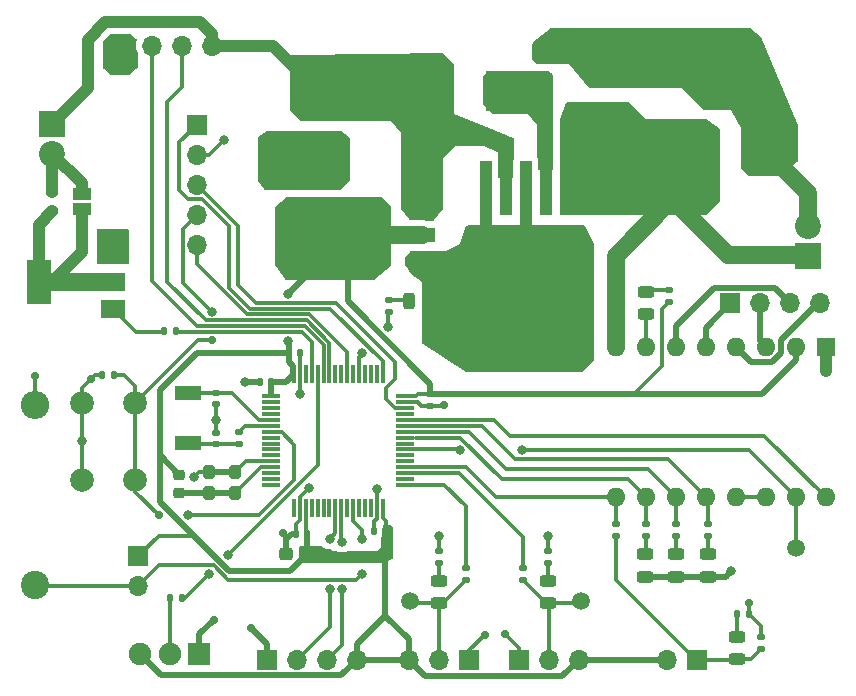
<source format=gbr>
%TF.GenerationSoftware,KiCad,Pcbnew,6.0.10-86aedd382b~118~ubuntu22.10.1*%
%TF.CreationDate,2023-02-13T13:29:29-05:00*%
%TF.ProjectId,WerfenMc_power_edit,57657266-656e-44d6-935f-706f7765725f,rev?*%
%TF.SameCoordinates,Original*%
%TF.FileFunction,Copper,L1,Top*%
%TF.FilePolarity,Positive*%
%FSLAX46Y46*%
G04 Gerber Fmt 4.6, Leading zero omitted, Abs format (unit mm)*
G04 Created by KiCad (PCBNEW 6.0.10-86aedd382b~118~ubuntu22.10.1) date 2023-02-13 13:29:29*
%MOMM*%
%LPD*%
G01*
G04 APERTURE LIST*
G04 Aperture macros list*
%AMRoundRect*
0 Rectangle with rounded corners*
0 $1 Rounding radius*
0 $2 $3 $4 $5 $6 $7 $8 $9 X,Y pos of 4 corners*
0 Add a 4 corners polygon primitive as box body*
4,1,4,$2,$3,$4,$5,$6,$7,$8,$9,$2,$3,0*
0 Add four circle primitives for the rounded corners*
1,1,$1+$1,$2,$3*
1,1,$1+$1,$4,$5*
1,1,$1+$1,$6,$7*
1,1,$1+$1,$8,$9*
0 Add four rect primitives between the rounded corners*
20,1,$1+$1,$2,$3,$4,$5,0*
20,1,$1+$1,$4,$5,$6,$7,0*
20,1,$1+$1,$6,$7,$8,$9,0*
20,1,$1+$1,$8,$9,$2,$3,0*%
G04 Aperture macros list end*
%TA.AperFunction,SMDPad,CuDef*%
%ADD10R,3.556000X3.505200*%
%TD*%
%TA.AperFunction,SMDPad,CuDef*%
%ADD11RoundRect,0.135000X-0.185000X0.135000X-0.185000X-0.135000X0.185000X-0.135000X0.185000X0.135000X0*%
%TD*%
%TA.AperFunction,SMDPad,CuDef*%
%ADD12RoundRect,0.250000X0.275000X-0.312500X0.275000X0.312500X-0.275000X0.312500X-0.275000X-0.312500X0*%
%TD*%
%TA.AperFunction,SMDPad,CuDef*%
%ADD13C,1.500000*%
%TD*%
%TA.AperFunction,SMDPad,CuDef*%
%ADD14RoundRect,0.135000X0.185000X-0.135000X0.185000X0.135000X-0.185000X0.135000X-0.185000X-0.135000X0*%
%TD*%
%TA.AperFunction,ComponentPad*%
%ADD15R,1.700000X1.700000*%
%TD*%
%TA.AperFunction,ComponentPad*%
%ADD16O,1.700000X1.700000*%
%TD*%
%TA.AperFunction,SMDPad,CuDef*%
%ADD17RoundRect,0.243750X0.456250X-0.243750X0.456250X0.243750X-0.456250X0.243750X-0.456250X-0.243750X0*%
%TD*%
%TA.AperFunction,ComponentPad*%
%ADD18R,2.200000X2.200000*%
%TD*%
%TA.AperFunction,ComponentPad*%
%ADD19C,2.200000*%
%TD*%
%TA.AperFunction,SMDPad,CuDef*%
%ADD20RoundRect,0.243750X-0.456250X0.243750X-0.456250X-0.243750X0.456250X-0.243750X0.456250X0.243750X0*%
%TD*%
%TA.AperFunction,SMDPad,CuDef*%
%ADD21RoundRect,0.140000X0.140000X0.170000X-0.140000X0.170000X-0.140000X-0.170000X0.140000X-0.170000X0*%
%TD*%
%TA.AperFunction,SMDPad,CuDef*%
%ADD22R,2.000000X1.500000*%
%TD*%
%TA.AperFunction,SMDPad,CuDef*%
%ADD23R,2.000000X3.800000*%
%TD*%
%TA.AperFunction,SMDPad,CuDef*%
%ADD24RoundRect,0.075000X-0.700000X-0.075000X0.700000X-0.075000X0.700000X0.075000X-0.700000X0.075000X0*%
%TD*%
%TA.AperFunction,SMDPad,CuDef*%
%ADD25RoundRect,0.075000X-0.075000X-0.700000X0.075000X-0.700000X0.075000X0.700000X-0.075000X0.700000X0*%
%TD*%
%TA.AperFunction,SMDPad,CuDef*%
%ADD26RoundRect,0.140000X-0.170000X0.140000X-0.170000X-0.140000X0.170000X-0.140000X0.170000X0.140000X0*%
%TD*%
%TA.AperFunction,SMDPad,CuDef*%
%ADD27RoundRect,0.250000X0.312500X0.275000X-0.312500X0.275000X-0.312500X-0.275000X0.312500X-0.275000X0*%
%TD*%
%TA.AperFunction,SMDPad,CuDef*%
%ADD28RoundRect,0.135000X-0.135000X-0.185000X0.135000X-0.185000X0.135000X0.185000X-0.135000X0.185000X0*%
%TD*%
%TA.AperFunction,ComponentPad*%
%ADD29C,2.400000*%
%TD*%
%TA.AperFunction,ComponentPad*%
%ADD30O,2.400000X2.400000*%
%TD*%
%TA.AperFunction,SMDPad,CuDef*%
%ADD31RoundRect,0.218750X-0.256250X0.218750X-0.256250X-0.218750X0.256250X-0.218750X0.256250X0.218750X0*%
%TD*%
%TA.AperFunction,SMDPad,CuDef*%
%ADD32RoundRect,0.243750X0.243750X0.456250X-0.243750X0.456250X-0.243750X-0.456250X0.243750X-0.456250X0*%
%TD*%
%TA.AperFunction,SMDPad,CuDef*%
%ADD33RoundRect,0.135000X0.135000X0.185000X-0.135000X0.185000X-0.135000X-0.185000X0.135000X-0.185000X0*%
%TD*%
%TA.AperFunction,SMDPad,CuDef*%
%ADD34R,1.100000X4.600000*%
%TD*%
%TA.AperFunction,SMDPad,CuDef*%
%ADD35R,10.800000X9.400000*%
%TD*%
%TA.AperFunction,SMDPad,CuDef*%
%ADD36R,2.200000X1.200000*%
%TD*%
%TA.AperFunction,SMDPad,CuDef*%
%ADD37R,6.400000X5.800000*%
%TD*%
%TA.AperFunction,SMDPad,CuDef*%
%ADD38RoundRect,0.250000X0.550000X-1.712500X0.550000X1.712500X-0.550000X1.712500X-0.550000X-1.712500X0*%
%TD*%
%TA.AperFunction,ComponentPad*%
%ADD39R,1.600000X1.600000*%
%TD*%
%TA.AperFunction,ComponentPad*%
%ADD40O,1.600000X1.600000*%
%TD*%
%TA.AperFunction,SMDPad,CuDef*%
%ADD41RoundRect,0.250000X-0.550000X1.712500X-0.550000X-1.712500X0.550000X-1.712500X0.550000X1.712500X0*%
%TD*%
%TA.AperFunction,SMDPad,CuDef*%
%ADD42RoundRect,0.140000X0.170000X-0.140000X0.170000X0.140000X-0.170000X0.140000X-0.170000X-0.140000X0*%
%TD*%
%TA.AperFunction,ComponentPad*%
%ADD43R,3.500000X3.500000*%
%TD*%
%TA.AperFunction,ComponentPad*%
%ADD44RoundRect,0.750000X0.750000X1.000000X-0.750000X1.000000X-0.750000X-1.000000X0.750000X-1.000000X0*%
%TD*%
%TA.AperFunction,ComponentPad*%
%ADD45RoundRect,0.875000X0.875000X0.875000X-0.875000X0.875000X-0.875000X-0.875000X0.875000X-0.875000X0*%
%TD*%
%TA.AperFunction,SMDPad,CuDef*%
%ADD46R,2.200000X1.300000*%
%TD*%
%TA.AperFunction,ComponentPad*%
%ADD47R,1.900000X1.900000*%
%TD*%
%TA.AperFunction,ComponentPad*%
%ADD48C,1.900000*%
%TD*%
%TA.AperFunction,SMDPad,CuDef*%
%ADD49RoundRect,0.200000X-0.275000X0.200000X-0.275000X-0.200000X0.275000X-0.200000X0.275000X0.200000X0*%
%TD*%
%TA.AperFunction,ComponentPad*%
%ADD50C,2.000000*%
%TD*%
%TA.AperFunction,SMDPad,CuDef*%
%ADD51RoundRect,0.140000X-0.140000X-0.170000X0.140000X-0.170000X0.140000X0.170000X-0.140000X0.170000X0*%
%TD*%
%TA.AperFunction,SMDPad,CuDef*%
%ADD52R,1.500000X1.000000*%
%TD*%
%TA.AperFunction,ViaPad*%
%ADD53C,0.800000*%
%TD*%
%TA.AperFunction,ViaPad*%
%ADD54C,0.700000*%
%TD*%
%TA.AperFunction,Conductor*%
%ADD55C,1.000000*%
%TD*%
%TA.AperFunction,Conductor*%
%ADD56C,0.300000*%
%TD*%
%TA.AperFunction,Conductor*%
%ADD57C,0.500000*%
%TD*%
%TA.AperFunction,Conductor*%
%ADD58C,1.500000*%
%TD*%
G04 APERTURE END LIST*
D10*
%TO.P,L1,2,2*%
%TO.N,+5V*%
X66025000Y-32800000D03*
%TO.P,L1,1,1*%
%TO.N,/L_IN*%
X74975000Y-32800000D03*
%TD*%
D11*
%TO.P,R5,1*%
%TO.N,MS3*%
X92000000Y-69490000D03*
%TO.P,R5,2*%
%TO.N,Net-(D3-Pad2)*%
X92000000Y-70510000D03*
%TD*%
D12*
%TO.P,C2,1*%
%TO.N,+3.3VA*%
X49750000Y-66887500D03*
%TO.P,C2,2*%
%TO.N,GND*%
X49750000Y-65112500D03*
%TD*%
D13*
%TO.P,TP8,1,1*%
%TO.N,+5V*%
X67950000Y-39800000D03*
%TD*%
D14*
%TO.P,R8,1*%
%TO.N,Net-(D5-Pad2)*%
X84250000Y-70510000D03*
%TO.P,R8,2*%
%TO.N,ENABLE*%
X84250000Y-69490000D03*
%TD*%
%TO.P,R10,1*%
%TO.N,Net-(D5-Pad2)*%
X96500000Y-80113641D03*
%TO.P,R10,2*%
%TO.N,GND*%
X96500000Y-79093641D03*
%TD*%
D15*
%TO.P,S2,1*%
%TO.N,GND*%
X75975000Y-81000000D03*
D16*
%TO.P,S2,2*%
%TO.N,Net-(D6-Pad2)*%
X78515000Y-81000000D03*
%TO.P,S2,3*%
%TO.N,+3.3V*%
X81055000Y-81000000D03*
%TD*%
D15*
%TO.P,J1,1,Pin_1*%
%TO.N,2A*%
X93900000Y-50800000D03*
D16*
%TO.P,J1,2,Pin_2*%
%TO.N,1B*%
X96440000Y-50800000D03*
%TO.P,J1,3,Pin_3*%
%TO.N,2B*%
X98980000Y-50800000D03*
%TO.P,J1,4,Pin_4*%
%TO.N,1A*%
X101520000Y-50800000D03*
%TD*%
D17*
%TO.P,D2,1,K*%
%TO.N,GND*%
X89300000Y-73937500D03*
%TO.P,D2,2,A*%
%TO.N,Net-(D2-Pad2)*%
X89300000Y-72062500D03*
%TD*%
D18*
%TO.P,D9,1,A*%
%TO.N,+5V*%
X36500000Y-35600000D03*
D19*
%TO.P,D9,2,K*%
%TO.N,Net-(D9-Pad2)*%
X36500000Y-38140000D03*
%TD*%
D15*
%TO.P,Q1,1,C*%
%TO.N,+3.3V*%
X43776453Y-72206402D03*
D16*
%TO.P,Q1,2,E*%
%TO.N,LIGHT_S*%
X43776453Y-74746402D03*
%TD*%
D13*
%TO.P,TP1,1,1*%
%TO.N,STEP*%
X99500000Y-71500000D03*
%TD*%
D20*
%TO.P,D5,1,K*%
%TO.N,Net-(D5-Pad1)*%
X94500000Y-79062500D03*
%TO.P,D5,2,A*%
%TO.N,Net-(D5-Pad2)*%
X94500000Y-80937500D03*
%TD*%
D21*
%TO.P,C16,1*%
%TO.N,+3.3V*%
X55030000Y-57450000D03*
%TO.P,C16,2*%
%TO.N,GND*%
X54070000Y-57450000D03*
%TD*%
D22*
%TO.P,Q2,1,B*%
%TO.N,Net-(Q2-Pad1)*%
X41650000Y-51300000D03*
%TO.P,Q2,2,C*%
%TO.N,/LIGHT_DRIVE*%
X41650000Y-49000000D03*
%TO.P,Q2,3,E*%
%TO.N,GND*%
X41650000Y-46700000D03*
D23*
%TO.P,Q2,4,C*%
%TO.N,/LIGHT_DRIVE*%
X35350000Y-49000000D03*
%TD*%
D24*
%TO.P,U1,1,VBAT*%
%TO.N,+3.3V*%
X55045200Y-58683200D03*
%TO.P,U1,2,PC13*%
%TO.N,unconnected-(U1-Pad2)*%
X55045200Y-59183200D03*
%TO.P,U1,3,PC14*%
%TO.N,unconnected-(U1-Pad3)*%
X55045200Y-59683200D03*
%TO.P,U1,4,PC15*%
%TO.N,unconnected-(U1-Pad4)*%
X55045200Y-60183200D03*
%TO.P,U1,5,PH0*%
%TO.N,/HSE_OSC_IN*%
X55045200Y-60683200D03*
%TO.P,U1,6,PH1*%
%TO.N,Net-(R7-Pad1)*%
X55045200Y-61183200D03*
%TO.P,U1,7,NRST*%
%TO.N,NRST*%
X55045200Y-61683200D03*
%TO.P,U1,8,PC0*%
%TO.N,unconnected-(U1-Pad8)*%
X55045200Y-62183200D03*
%TO.P,U1,9,PC1*%
%TO.N,unconnected-(U1-Pad9)*%
X55045200Y-62683200D03*
%TO.P,U1,10,PC2*%
%TO.N,unconnected-(U1-Pad10)*%
X55045200Y-63183200D03*
%TO.P,U1,11,PC3*%
%TO.N,unconnected-(U1-Pad11)*%
X55045200Y-63683200D03*
%TO.P,U1,12,VSSA*%
%TO.N,GND*%
X55045200Y-64183200D03*
%TO.P,U1,13,VDDA*%
%TO.N,+3.3VA*%
X55045200Y-64683200D03*
%TO.P,U1,14,PA0*%
%TO.N,unconnected-(U1-Pad14)*%
X55045200Y-65183200D03*
%TO.P,U1,15,PA1*%
%TO.N,unconnected-(U1-Pad15)*%
X55045200Y-65683200D03*
%TO.P,U1,16,PA2*%
%TO.N,unconnected-(U1-Pad16)*%
X55045200Y-66183200D03*
D25*
%TO.P,U1,17,PA3*%
%TO.N,unconnected-(U1-Pad17)*%
X56970200Y-68108200D03*
%TO.P,U1,18,VSS*%
%TO.N,GND*%
X57470200Y-68108200D03*
%TO.P,U1,19,VDD*%
%TO.N,+3.3V*%
X57970200Y-68108200D03*
%TO.P,U1,20,PA4*%
%TO.N,unconnected-(U1-Pad20)*%
X58470200Y-68108200D03*
%TO.P,U1,21,PA5*%
%TO.N,unconnected-(U1-Pad21)*%
X58970200Y-68108200D03*
%TO.P,U1,22,PA6*%
%TO.N,unconnected-(U1-Pad22)*%
X59470200Y-68108200D03*
%TO.P,U1,23,PA7*%
%TO.N,unconnected-(U1-Pad23)*%
X59970200Y-68108200D03*
%TO.P,U1,24,PC4*%
%TO.N,TX3*%
X60470200Y-68108200D03*
%TO.P,U1,25,PC5*%
%TO.N,RX3*%
X60970200Y-68108200D03*
%TO.P,U1,26,PB0*%
%TO.N,unconnected-(U1-Pad26)*%
X61470200Y-68108200D03*
%TO.P,U1,27,PB1*%
%TO.N,LIGHT_S*%
X61970200Y-68108200D03*
%TO.P,U1,28,PB2*%
%TO.N,unconnected-(U1-Pad28)*%
X62470200Y-68108200D03*
%TO.P,U1,29,PB10*%
%TO.N,unconnected-(U1-Pad29)*%
X62970200Y-68108200D03*
%TO.P,U1,30,PB11*%
%TO.N,unconnected-(U1-Pad30)*%
X63470200Y-68108200D03*
%TO.P,U1,31,VSS*%
%TO.N,GND*%
X63970200Y-68108200D03*
%TO.P,U1,32,VDD*%
%TO.N,+3.3V*%
X64470200Y-68108200D03*
D24*
%TO.P,U1,33,PB12*%
%TO.N,SWITCH2*%
X66395200Y-66183200D03*
%TO.P,U1,34,PB13*%
%TO.N,unconnected-(U1-Pad34)*%
X66395200Y-65683200D03*
%TO.P,U1,35,PB14*%
%TO.N,SWITCH1*%
X66395200Y-65183200D03*
%TO.P,U1,36,PB15*%
%TO.N,ENABLE*%
X66395200Y-64683200D03*
%TO.P,U1,37,PC6*%
%TO.N,unconnected-(U1-Pad37)*%
X66395200Y-64183200D03*
%TO.P,U1,38,PC7*%
%TO.N,unconnected-(U1-Pad38)*%
X66395200Y-63683200D03*
%TO.P,U1,39,PC8*%
%TO.N,STEP*%
X66395200Y-63183200D03*
%TO.P,U1,40,PC9*%
%TO.N,unconnected-(U1-Pad40)*%
X66395200Y-62683200D03*
%TO.P,U1,41,PA8*%
%TO.N,MS1*%
X66395200Y-62183200D03*
%TO.P,U1,42,PA9*%
%TO.N,MS2*%
X66395200Y-61683200D03*
%TO.P,U1,43,PA10*%
%TO.N,MS3*%
X66395200Y-61183200D03*
%TO.P,U1,44,PA11*%
%TO.N,DIR*%
X66395200Y-60683200D03*
%TO.P,U1,45,PA12*%
%TO.N,unconnected-(U1-Pad45)*%
X66395200Y-60183200D03*
%TO.P,U1,46,PA13*%
%TO.N,JTMS*%
X66395200Y-59683200D03*
%TO.P,U1,47,VSS*%
%TO.N,GND*%
X66395200Y-59183200D03*
%TO.P,U1,48,VDDUSB*%
%TO.N,+3.3V*%
X66395200Y-58683200D03*
D25*
%TO.P,U1,49,PA14*%
%TO.N,JTCK*%
X64470200Y-56758200D03*
%TO.P,U1,50,PA15*%
%TO.N,unconnected-(U1-Pad50)*%
X63970200Y-56758200D03*
%TO.P,U1,51,PC10*%
%TO.N,unconnected-(U1-Pad51)*%
X63470200Y-56758200D03*
%TO.P,U1,52,PC11*%
%TO.N,unconnected-(U1-Pad52)*%
X62970200Y-56758200D03*
%TO.P,U1,53,PC12*%
%TO.N,USR_LED*%
X62470200Y-56758200D03*
%TO.P,U1,54,PD2*%
%TO.N,unconnected-(U1-Pad54)*%
X61970200Y-56758200D03*
%TO.P,U1,55,PB3*%
%TO.N,SWO*%
X61470200Y-56758200D03*
%TO.P,U1,56,PB4*%
%TO.N,unconnected-(U1-Pad56)*%
X60970200Y-56758200D03*
%TO.P,U1,57,PB5*%
%TO.N,unconnected-(U1-Pad57)*%
X60470200Y-56758200D03*
%TO.P,U1,58,PB6*%
%TO.N,TX1*%
X59970200Y-56758200D03*
%TO.P,U1,59,PB7*%
%TO.N,RX1*%
X59470200Y-56758200D03*
%TO.P,U1,60,BOOT0*%
%TO.N,/BOOT0*%
X58970200Y-56758200D03*
%TO.P,U1,61,PB8*%
%TO.N,LIGHT*%
X58470200Y-56758200D03*
%TO.P,U1,62,PB9*%
%TO.N,unconnected-(U1-Pad62)*%
X57970200Y-56758200D03*
%TO.P,U1,63,VSS*%
%TO.N,GND*%
X57470200Y-56758200D03*
%TO.P,U1,64,VDD*%
%TO.N,+3.3V*%
X56970200Y-56758200D03*
%TD*%
D17*
%TO.P,D8,1,K*%
%TO.N,/L_IN*%
X78100000Y-31750000D03*
%TO.P,D8,2,A*%
%TO.N,GND*%
X78100000Y-29875000D03*
%TD*%
D26*
%TO.P,C10,1*%
%TO.N,GND*%
X50350000Y-61750000D03*
%TO.P,C10,2*%
%TO.N,/HSE_OSC_OUT*%
X50350000Y-62710000D03*
%TD*%
D14*
%TO.P,R17,1*%
%TO.N,+3.3V*%
X88750000Y-50702718D03*
%TO.P,R17,2*%
%TO.N,Net-(D10-Pad2)*%
X88750000Y-49682718D03*
%TD*%
D12*
%TO.P,C1,1*%
%TO.N,+3.3VA*%
X52000000Y-66887500D03*
%TO.P,C1,2*%
%TO.N,GND*%
X52000000Y-65112500D03*
%TD*%
D11*
%TO.P,R3,1*%
%TO.N,MS1*%
X86750000Y-69490000D03*
%TO.P,R3,2*%
%TO.N,Net-(D1-Pad2)*%
X86750000Y-70510000D03*
%TD*%
D18*
%TO.P,J6,1,Pin_1*%
%TO.N,+12V*%
X100460000Y-46770000D03*
D19*
%TO.P,J6,2,Pin_2*%
%TO.N,GND*%
X100460000Y-44230000D03*
%TD*%
D17*
%TO.P,D1,1,K*%
%TO.N,GND*%
X86700000Y-73937500D03*
%TO.P,D1,2,A*%
%TO.N,Net-(D1-Pad2)*%
X86700000Y-72062500D03*
%TD*%
D27*
%TO.P,C3,1*%
%TO.N,+3.3V*%
X58087500Y-72050000D03*
%TO.P,C3,2*%
%TO.N,GND*%
X56312500Y-72050000D03*
%TD*%
D28*
%TO.P,R2,1*%
%TO.N,Net-(R2-Pad1)*%
X46490000Y-75750000D03*
%TO.P,R2,2*%
%TO.N,/BOOT0*%
X47510000Y-75750000D03*
%TD*%
D29*
%TO.P,R1,1*%
%TO.N,LIGHT_S*%
X35000000Y-74620000D03*
D30*
%TO.P,R1,2*%
%TO.N,GND*%
X35000000Y-59380000D03*
%TD*%
D15*
%TO.P,J5,1,Pin_1*%
%TO.N,GND*%
X42400000Y-29000000D03*
D16*
%TO.P,J5,2,Pin_2*%
%TO.N,RX1*%
X44940000Y-29000000D03*
%TO.P,J5,3,Pin_3*%
%TO.N,TX1*%
X47480000Y-29000000D03*
%TO.P,J5,4,Pin_4*%
%TO.N,+5V*%
X50020000Y-29000000D03*
%TD*%
D31*
%TO.P,FB1,1*%
%TO.N,+3.3V*%
X47250000Y-65325000D03*
%TO.P,FB1,2*%
%TO.N,+3.3VA*%
X47250000Y-66900000D03*
%TD*%
D15*
%TO.P,J4,1,Pin_1*%
%TO.N,GND*%
X54650000Y-81000000D03*
D16*
%TO.P,J4,2,Pin_2*%
%TO.N,TX3*%
X57190000Y-81000000D03*
%TO.P,J4,3,Pin_3*%
%TO.N,RX3*%
X59730000Y-81000000D03*
%TO.P,J4,4,Pin_4*%
%TO.N,+3.3V*%
X62270000Y-81000000D03*
%TD*%
D13*
%TO.P,TP5,1,1*%
%TO.N,Net-(D6-Pad2)*%
X81250000Y-76000000D03*
%TD*%
D32*
%TO.P,D4,1,K*%
%TO.N,GND*%
X68537500Y-50600000D03*
%TO.P,D4,2,A*%
%TO.N,Net-(D4-Pad2)*%
X66662500Y-50600000D03*
%TD*%
D20*
%TO.P,D7,1,K*%
%TO.N,Net-(D7-Pad1)*%
X69250000Y-74312500D03*
%TO.P,D7,2,A*%
%TO.N,Net-(D7-Pad2)*%
X69250000Y-76187500D03*
%TD*%
D33*
%TO.P,R15,1*%
%TO.N,LIGHT*%
X47010000Y-53120000D03*
%TO.P,R15,2*%
%TO.N,Net-(Q2-Pad1)*%
X45990000Y-53120000D03*
%TD*%
D13*
%TO.P,TP3,1,1*%
%TO.N,+12V*%
X85000000Y-40800000D03*
%TD*%
D34*
%TO.P,U2,1,VIN*%
%TO.N,+12V*%
X80000000Y-41025000D03*
%TO.P,U2,2,OUT*%
%TO.N,/L_IN*%
X78300000Y-41025000D03*
%TO.P,U2,3,GND*%
%TO.N,GND*%
X76600000Y-41025000D03*
D35*
X76600000Y-50175000D03*
D34*
%TO.P,U2,4,FB*%
%TO.N,+5V*%
X74900000Y-41025000D03*
%TO.P,U2,5,~{ON}/OFF*%
%TO.N,GND*%
X73200000Y-41025000D03*
%TD*%
D13*
%TO.P,TP6,1,1*%
%TO.N,Net-(D7-Pad2)*%
X66750000Y-76000000D03*
%TD*%
%TO.P,TP2,1,1*%
%TO.N,+3.3V*%
X56500000Y-45000000D03*
%TD*%
D36*
%TO.P,U3,1,GND*%
%TO.N,GND*%
X67800000Y-47280000D03*
D37*
%TO.P,U3,2,VO*%
%TO.N,+3.3V*%
X61500000Y-45000000D03*
D36*
X67800000Y-45000000D03*
%TO.P,U3,3,VI*%
%TO.N,+5V*%
X67800000Y-42720000D03*
%TD*%
D38*
%TO.P,C14,1*%
%TO.N,+12V*%
X83800000Y-36200000D03*
%TO.P,C14,2*%
%TO.N,GND*%
X83800000Y-30025000D03*
%TD*%
D26*
%TO.P,C7,1*%
%TO.N,+3.3V*%
X68514000Y-58498800D03*
%TO.P,C7,2*%
%TO.N,GND*%
X68514000Y-59458800D03*
%TD*%
D39*
%TO.P,A1,1,GND*%
%TO.N,GND*%
X102000000Y-54500000D03*
D40*
%TO.P,A1,2,VDD*%
%TO.N,+3.3V*%
X99460000Y-54500000D03*
%TO.P,A1,3,1B*%
%TO.N,1B*%
X96920000Y-54500000D03*
%TO.P,A1,4,1A*%
%TO.N,1A*%
X94380000Y-54500000D03*
%TO.P,A1,5,2A*%
%TO.N,2A*%
X91840000Y-54500000D03*
%TO.P,A1,6,2B*%
%TO.N,2B*%
X89300000Y-54500000D03*
%TO.P,A1,7,GND*%
%TO.N,GND*%
X86760000Y-54500000D03*
%TO.P,A1,8,VMOT*%
%TO.N,+12V*%
X84220000Y-54500000D03*
%TO.P,A1,9,~{ENABLE}*%
%TO.N,ENABLE*%
X84220000Y-67200000D03*
%TO.P,A1,10,MS1*%
%TO.N,MS1*%
X86760000Y-67200000D03*
%TO.P,A1,11,MS2*%
%TO.N,MS2*%
X89300000Y-67200000D03*
%TO.P,A1,12,MS3*%
%TO.N,MS3*%
X91840000Y-67200000D03*
%TO.P,A1,13,~{RESET}*%
%TO.N,Net-(A1-Pad13)*%
X94380000Y-67200000D03*
%TO.P,A1,14,~{SLEEP}*%
X96920000Y-67200000D03*
%TO.P,A1,15,STEP*%
%TO.N,STEP*%
X99460000Y-67200000D03*
%TO.P,A1,16,DIR*%
%TO.N,DIR*%
X102000000Y-67200000D03*
%TD*%
D21*
%TO.P,C8,1*%
%TO.N,NRST*%
X41710000Y-56860000D03*
%TO.P,C8,2*%
%TO.N,GND*%
X40750000Y-56860000D03*
%TD*%
D41*
%TO.P,C15,1*%
%TO.N,+5V*%
X58900000Y-32712500D03*
%TO.P,C15,2*%
%TO.N,GND*%
X58900000Y-38887500D03*
%TD*%
D42*
%TO.P,C9,1*%
%TO.N,GND*%
X50350000Y-59360000D03*
%TO.P,C9,2*%
%TO.N,/HSE_OSC_IN*%
X50350000Y-58400000D03*
%TD*%
D17*
%TO.P,D3,1,K*%
%TO.N,GND*%
X92000000Y-73937500D03*
%TO.P,D3,2,A*%
%TO.N,Net-(D3-Pad2)*%
X92000000Y-72062500D03*
%TD*%
D21*
%TO.P,C4,1*%
%TO.N,+3.3V*%
X58080000Y-70300000D03*
%TO.P,C4,2*%
%TO.N,GND*%
X57120000Y-70300000D03*
%TD*%
D15*
%TO.P,S3,1*%
%TO.N,GND*%
X71750000Y-81000000D03*
D16*
%TO.P,S3,2*%
%TO.N,Net-(D7-Pad2)*%
X69210000Y-81000000D03*
%TO.P,S3,3*%
%TO.N,+3.3V*%
X66670000Y-81000000D03*
%TD*%
D43*
%TO.P,J3,1*%
%TO.N,+12V*%
X90400000Y-37400000D03*
D44*
%TO.P,J3,2*%
%TO.N,GND*%
X96400000Y-37400000D03*
D45*
%TO.P,J3,3*%
X93400000Y-32700000D03*
%TD*%
D11*
%TO.P,R4,1*%
%TO.N,MS2*%
X89300000Y-69490000D03*
%TO.P,R4,2*%
%TO.N,Net-(D2-Pad2)*%
X89300000Y-70510000D03*
%TD*%
D21*
%TO.P,C6,1*%
%TO.N,+3.3V*%
X64680000Y-70100000D03*
%TO.P,C6,2*%
%TO.N,GND*%
X63720000Y-70100000D03*
%TD*%
D17*
%TO.P,D10,1,K*%
%TO.N,GND*%
X86750000Y-51687500D03*
%TO.P,D10,2,A*%
%TO.N,Net-(D10-Pad2)*%
X86750000Y-49812500D03*
%TD*%
D14*
%TO.P,R12,1*%
%TO.N,Net-(D6-Pad1)*%
X78500000Y-72760000D03*
%TO.P,R12,2*%
%TO.N,GND*%
X78500000Y-71740000D03*
%TD*%
D15*
%TO.P,J2,1,Pin_1*%
%TO.N,JTCK*%
X48750000Y-35675000D03*
D16*
%TO.P,J2,2,Pin_2*%
%TO.N,GND*%
X48750000Y-38215000D03*
%TO.P,J2,3,Pin_3*%
%TO.N,JTMS*%
X48750000Y-40755000D03*
%TO.P,J2,4,Pin_4*%
%TO.N,NRST*%
X48750000Y-43295000D03*
%TO.P,J2,5,Pin_5*%
%TO.N,SWO*%
X48750000Y-45835000D03*
%TD*%
D14*
%TO.P,R13,1*%
%TO.N,Net-(D7-Pad2)*%
X71500000Y-74260000D03*
%TO.P,R13,2*%
%TO.N,SWITCH2*%
X71500000Y-73240000D03*
%TD*%
D46*
%TO.P,HSE1,1,1*%
%TO.N,/HSE_OSC_OUT*%
X48000000Y-62600000D03*
%TO.P,HSE1,2,2*%
%TO.N,/HSE_OSC_IN*%
X48000000Y-58400000D03*
%TD*%
D20*
%TO.P,D6,1,K*%
%TO.N,Net-(D6-Pad1)*%
X78500000Y-74312500D03*
%TO.P,D6,2,A*%
%TO.N,Net-(D6-Pad2)*%
X78500000Y-76187500D03*
%TD*%
D28*
%TO.P,R11,1*%
%TO.N,Net-(D5-Pad1)*%
X94465000Y-77120000D03*
%TO.P,R11,2*%
%TO.N,GND*%
X95485000Y-77120000D03*
%TD*%
D11*
%TO.P,R7,1*%
%TO.N,Net-(R7-Pad1)*%
X52300000Y-61740000D03*
%TO.P,R7,2*%
%TO.N,/HSE_OSC_OUT*%
X52300000Y-62760000D03*
%TD*%
D47*
%TO.P,S1,1*%
%TO.N,GND*%
X48950000Y-80530000D03*
D48*
%TO.P,S1,2*%
%TO.N,Net-(R2-Pad1)*%
X46450000Y-80530000D03*
%TO.P,S1,3*%
%TO.N,+3.3V*%
X43950000Y-80530000D03*
%TD*%
D49*
%TO.P,R16,1*%
%TO.N,Net-(D9-Pad2)*%
X36500000Y-41350000D03*
%TO.P,R16,2*%
%TO.N,/LIGHT_DRIVE*%
X36500000Y-43000000D03*
%TD*%
D50*
%TO.P,SW1,1,1*%
%TO.N,GND*%
X39000000Y-65760000D03*
X39000000Y-59260000D03*
%TO.P,SW1,2,2*%
%TO.N,NRST*%
X43500000Y-65760000D03*
X43500000Y-59260000D03*
%TD*%
D51*
%TO.P,C5,1*%
%TO.N,+3.3V*%
X56520000Y-55000000D03*
%TO.P,C5,2*%
%TO.N,GND*%
X57480000Y-55000000D03*
%TD*%
D14*
%TO.P,R14,1*%
%TO.N,Net-(D7-Pad1)*%
X69250000Y-72770000D03*
%TO.P,R14,2*%
%TO.N,GND*%
X69250000Y-71750000D03*
%TD*%
%TO.P,R9,1*%
%TO.N,Net-(D6-Pad2)*%
X76370000Y-74260000D03*
%TO.P,R9,2*%
%TO.N,SWITCH1*%
X76370000Y-73240000D03*
%TD*%
D15*
%TO.P,SW2,1,1*%
%TO.N,Net-(D5-Pad2)*%
X91100000Y-81000000D03*
D16*
%TO.P,SW2,2,2*%
%TO.N,+3.3V*%
X88560000Y-81000000D03*
%TD*%
D14*
%TO.P,R6,1*%
%TO.N,USR_LED*%
X65000000Y-51510000D03*
%TO.P,R6,2*%
%TO.N,Net-(D4-Pad2)*%
X65000000Y-50490000D03*
%TD*%
D52*
%TO.P,JP1,1,A*%
%TO.N,/LIGHT_DRIVE*%
X39000000Y-42825000D03*
%TO.P,JP1,2,B*%
%TO.N,Net-(D9-Pad2)*%
X39000000Y-41525000D03*
%TD*%
D53*
%TO.N,GND*%
X80750000Y-29750000D03*
X79000000Y-28500000D03*
D54*
X41000000Y-45000000D03*
X53300000Y-78300000D03*
X74800000Y-78800000D03*
D53*
X60700000Y-37600000D03*
X69800000Y-48200000D03*
X74600000Y-45000000D03*
D54*
X95450000Y-76150000D03*
D53*
X96200000Y-34800000D03*
X94000000Y-73500000D03*
X70000000Y-54000000D03*
D54*
X41500000Y-31000000D03*
D53*
X73000000Y-55800000D03*
X78500000Y-70500000D03*
D54*
X50170000Y-77580000D03*
D53*
X50350000Y-60650000D03*
X79600000Y-55800000D03*
X64000000Y-66500000D03*
X102000000Y-56500000D03*
X52850000Y-57450000D03*
X89600000Y-31500000D03*
D54*
X56000000Y-70250000D03*
X73100000Y-78850000D03*
D53*
X69250000Y-70500000D03*
X58206677Y-66456677D03*
X78000000Y-45000000D03*
X55500000Y-39200000D03*
X92600000Y-30000000D03*
X74000000Y-55800000D03*
D54*
X42250000Y-45000000D03*
D53*
X48500000Y-65500000D03*
X79800000Y-45000000D03*
X57500000Y-58500000D03*
D54*
X69650000Y-59450000D03*
D53*
X69800000Y-47200000D03*
X69600000Y-52400000D03*
D54*
X42900000Y-31000000D03*
D53*
X60700000Y-39200000D03*
X80600000Y-55800000D03*
D54*
X35000000Y-57000000D03*
D53*
X39000000Y-62480000D03*
X98600000Y-37000000D03*
X56900000Y-38200000D03*
X51000000Y-37000000D03*
X85600000Y-29600000D03*
D54*
X39740000Y-57240000D03*
D53*
X94200000Y-30000000D03*
X89600000Y-28600000D03*
X55500000Y-37200000D03*
X85600000Y-31200000D03*
%TO.N,+3.3V*%
X56500000Y-50000000D03*
X56500000Y-54000000D03*
%TO.N,STEP*%
X76250000Y-63200500D03*
X71028223Y-63238177D03*
D54*
%TO.N,NRST*%
X50000000Y-53949500D03*
D53*
X48000000Y-68750000D03*
D54*
X45500000Y-68750000D03*
D53*
X50000000Y-51500500D03*
%TO.N,TX3*%
X60000000Y-70750000D03*
X60000000Y-75000000D03*
%TO.N,RX3*%
X61000000Y-71000000D03*
X61000000Y-75000000D03*
%TO.N,USR_LED*%
X64950000Y-52850000D03*
X62745023Y-55054977D03*
%TO.N,/BOOT0*%
X51350688Y-72149312D03*
X49750000Y-73750000D03*
%TO.N,LIGHT_S*%
X62750000Y-73750000D03*
X62750000Y-70750000D03*
%TD*%
D55*
%TO.N,+5V*%
X50020000Y-29000000D02*
X55187500Y-29000000D01*
X55187500Y-29000000D02*
X58900000Y-32712500D01*
D56*
%TO.N,GND*%
X57470200Y-55009800D02*
X57480000Y-55000000D01*
D57*
X92000000Y-73937500D02*
X93562500Y-73937500D01*
X54650000Y-79650000D02*
X53300000Y-78300000D01*
X56800000Y-70300000D02*
X56312500Y-70787500D01*
D56*
X39000000Y-59260000D02*
X39000000Y-62480000D01*
X95485000Y-77120000D02*
X95485000Y-76185000D01*
D57*
X56312500Y-70787500D02*
X56312500Y-70562500D01*
D56*
X68514000Y-59458800D02*
X69641200Y-59458800D01*
X75975000Y-81000000D02*
X75975000Y-79975000D01*
D57*
X56312500Y-70787500D02*
X56312500Y-72050000D01*
D55*
X76600000Y-41025000D02*
X76600000Y-50175000D01*
D56*
X86750000Y-54490000D02*
X86760000Y-54500000D01*
X63970200Y-68108200D02*
X63970200Y-66529800D01*
X95485000Y-76185000D02*
X95450000Y-76150000D01*
D57*
X93562500Y-73937500D02*
X94000000Y-73500000D01*
X57120000Y-70300000D02*
X56800000Y-70300000D01*
D56*
X75975000Y-79975000D02*
X74800000Y-78800000D01*
X55045200Y-64183200D02*
X52929300Y-64183200D01*
X49785000Y-38215000D02*
X51000000Y-37000000D01*
X35000000Y-59380000D02*
X35000000Y-57000000D01*
X63970200Y-69029800D02*
X63720000Y-69280000D01*
X40120000Y-56860000D02*
X39740000Y-57240000D01*
X50350000Y-61750000D02*
X50350000Y-59360000D01*
D57*
X54070000Y-57450000D02*
X52850000Y-57450000D01*
D56*
X40750000Y-56860000D02*
X40120000Y-56860000D01*
X57100000Y-70280000D02*
X57120000Y-70300000D01*
D57*
X48950000Y-80530000D02*
X48950000Y-78800000D01*
X48950000Y-78800000D02*
X50170000Y-77580000D01*
D56*
X63720000Y-69280000D02*
X63720000Y-70100000D01*
X57470200Y-56758200D02*
X57470200Y-55009800D01*
X57470200Y-58470200D02*
X57500000Y-58500000D01*
D57*
X52000000Y-65112500D02*
X49750000Y-65112500D01*
D56*
X39740000Y-57240000D02*
X39000000Y-57980000D01*
X68537500Y-50600000D02*
X68962500Y-50175000D01*
X49750000Y-65112500D02*
X48887500Y-65112500D01*
X57470200Y-68108200D02*
X57470200Y-67193154D01*
X48887500Y-65112500D02*
X48500000Y-65500000D01*
X52929300Y-64183200D02*
X52000000Y-65112500D01*
D57*
X89300000Y-73937500D02*
X92000000Y-73937500D01*
D56*
X67433200Y-59183200D02*
X67750000Y-59500000D01*
X68472800Y-59500000D02*
X68514000Y-59458800D01*
X67750000Y-59500000D02*
X68472800Y-59500000D01*
X69250000Y-71750000D02*
X69250000Y-70500000D01*
X68962500Y-50175000D02*
X76600000Y-50175000D01*
D57*
X54650000Y-81000000D02*
X54650000Y-79650000D01*
D56*
X57100000Y-69500000D02*
X57100000Y-70280000D01*
D58*
X100460000Y-44230000D02*
X100460000Y-41460000D01*
D56*
X69641200Y-59458800D02*
X69650000Y-59450000D01*
X66395200Y-59183200D02*
X67433200Y-59183200D01*
X71750000Y-80200000D02*
X73100000Y-78850000D01*
X78500000Y-71740000D02*
X78500000Y-70500000D01*
D57*
X56312500Y-70562500D02*
X56000000Y-70250000D01*
D56*
X39000000Y-62480000D02*
X39000000Y-65760000D01*
X39000000Y-57980000D02*
X39000000Y-59260000D01*
X63970200Y-66529800D02*
X64000000Y-66500000D01*
X48750000Y-38215000D02*
X49785000Y-38215000D01*
X96500000Y-78135000D02*
X95485000Y-77120000D01*
X86750000Y-51687500D02*
X86750000Y-54490000D01*
D55*
X73200000Y-41025000D02*
X73200000Y-46775000D01*
D56*
X71750000Y-81000000D02*
X71750000Y-80200000D01*
X57470200Y-67193154D02*
X58206677Y-66456677D01*
D55*
X102000000Y-54500000D02*
X102000000Y-56500000D01*
D56*
X57470200Y-69129800D02*
X57100000Y-69500000D01*
X57470200Y-68108200D02*
X57470200Y-69129800D01*
D57*
X86700000Y-73937500D02*
X89300000Y-73937500D01*
D56*
X57470200Y-56758200D02*
X57470200Y-58470200D01*
X63970200Y-68108200D02*
X63970200Y-69029800D01*
D58*
X100460000Y-41460000D02*
X96400000Y-37400000D01*
D56*
X96500000Y-79093641D02*
X96500000Y-78135000D01*
D55*
X73200000Y-46775000D02*
X76600000Y-50175000D01*
D56*
%TO.N,+3.3V*%
X66395200Y-58683200D02*
X67316800Y-58683200D01*
D57*
X85751200Y-58498800D02*
X68514000Y-58498800D01*
X68514000Y-57664000D02*
X61500000Y-50650000D01*
X58087500Y-72050000D02*
X56637500Y-73500000D01*
D56*
X88150000Y-56100000D02*
X85751200Y-58498800D01*
D57*
X56637500Y-73500000D02*
X51500000Y-73500000D01*
X62270000Y-79680000D02*
X64680000Y-77270000D01*
X55030000Y-57450000D02*
X56278400Y-57450000D01*
X62270000Y-81000000D02*
X62270000Y-79680000D01*
D56*
X88150000Y-51302718D02*
X88150000Y-56100000D01*
D57*
X55030000Y-57450000D02*
X55030000Y-58583200D01*
X68070000Y-82400000D02*
X66670000Y-81000000D01*
X62270000Y-81000000D02*
X66670000Y-81000000D01*
X48750000Y-55000000D02*
X45600000Y-58150000D01*
X56278400Y-57450000D02*
X56870200Y-56858200D01*
D56*
X64470200Y-68970200D02*
X64750000Y-69250000D01*
D57*
X68514000Y-58498800D02*
X68514000Y-57664000D01*
X45600000Y-58150000D02*
X45600000Y-67600000D01*
X64680000Y-77270000D02*
X64680000Y-70100000D01*
D56*
X64470200Y-68108200D02*
X64470200Y-68970200D01*
X88750000Y-50702718D02*
X88150000Y-51302718D01*
D57*
X56870200Y-56120200D02*
X56520000Y-55770000D01*
X66670000Y-79260000D02*
X64680000Y-77270000D01*
X81055000Y-81000000D02*
X88560000Y-81000000D01*
D56*
X67316800Y-58683200D02*
X67501200Y-58498800D01*
D57*
X99460000Y-55631370D02*
X96592570Y-58498800D01*
X96592570Y-58498800D02*
X85751200Y-58498800D01*
X61500000Y-50650000D02*
X61500000Y-45000000D01*
X81055000Y-81000000D02*
X79655000Y-82400000D01*
X56520000Y-55000000D02*
X48750000Y-55000000D01*
D56*
X43776453Y-72206402D02*
X43793598Y-72206402D01*
X43793598Y-72206402D02*
X45500000Y-70500000D01*
X67501200Y-58498800D02*
X68514000Y-58498800D01*
X64750000Y-69250000D02*
X64750000Y-70030000D01*
X57970200Y-68108200D02*
X57970200Y-70190200D01*
D57*
X49000000Y-71000000D02*
X46500000Y-68500000D01*
X66670000Y-81000000D02*
X66670000Y-79260000D01*
X45720000Y-82300000D02*
X60970000Y-82300000D01*
X99460000Y-54500000D02*
X99460000Y-55631370D01*
X58080000Y-70300000D02*
X58080000Y-72042500D01*
D56*
X64750000Y-70030000D02*
X64680000Y-70100000D01*
X57970200Y-70190200D02*
X58080000Y-70300000D01*
D57*
X56870200Y-56858200D02*
X56870200Y-56120200D01*
X45600000Y-67600000D02*
X46500000Y-68500000D01*
X45720000Y-82300000D02*
X43950000Y-80530000D01*
X79655000Y-82400000D02*
X68070000Y-82400000D01*
D56*
X45500000Y-70500000D02*
X48500000Y-70500000D01*
D57*
X56520000Y-55770000D02*
X56520000Y-55000000D01*
X60970000Y-82300000D02*
X62270000Y-81000000D01*
X56520000Y-55000000D02*
X56520000Y-54020000D01*
D58*
X67800000Y-45000000D02*
X61500000Y-45000000D01*
D57*
X45600000Y-63675000D02*
X47250000Y-65325000D01*
X51500000Y-73500000D02*
X49000000Y-71000000D01*
X56500000Y-50000000D02*
X61500000Y-45000000D01*
X55030000Y-58583200D02*
X55045200Y-58583200D01*
D56*
X48500000Y-70500000D02*
X49000000Y-71000000D01*
D57*
X58080000Y-72042500D02*
X58087500Y-72050000D01*
X56520000Y-54020000D02*
X56500000Y-54000000D01*
%TO.N,1B*%
X96440000Y-54020000D02*
X96920000Y-54500000D01*
X96440000Y-50800000D02*
X96440000Y-54020000D01*
%TO.N,1A*%
X98170000Y-53930000D02*
X101300000Y-50800000D01*
X94380000Y-54500000D02*
X95630000Y-55750000D01*
X95630000Y-55750000D02*
X97437767Y-55750000D01*
X101300000Y-50800000D02*
X101520000Y-50800000D01*
X98170000Y-55017767D02*
X98170000Y-53930000D01*
X97437767Y-55750000D02*
X98170000Y-55017767D01*
%TO.N,2A*%
X91840000Y-54500000D02*
X91840000Y-52860000D01*
X91840000Y-52860000D02*
X93900000Y-50800000D01*
%TO.N,2B*%
X97680000Y-49500000D02*
X92500000Y-49500000D01*
X98980000Y-50800000D02*
X97680000Y-49500000D01*
X89300000Y-54500000D02*
X89300000Y-52700000D01*
X89300000Y-52700000D02*
X92500000Y-49500000D01*
D58*
%TO.N,+12V*%
X84220000Y-54500000D02*
X84220000Y-46780000D01*
X100460000Y-46770000D02*
X100440000Y-46750000D01*
X84220000Y-46780000D02*
X89000000Y-42000000D01*
X90400000Y-40600000D02*
X90400000Y-37400000D01*
X93750000Y-46750000D02*
X89000000Y-42000000D01*
X100440000Y-46750000D02*
X93750000Y-46750000D01*
X89000000Y-42000000D02*
X90400000Y-40600000D01*
D56*
%TO.N,ENABLE*%
X84220000Y-69460000D02*
X84250000Y-69490000D01*
X84220000Y-67200000D02*
X84220000Y-69460000D01*
X74050000Y-67200000D02*
X71533200Y-64683200D01*
X84220000Y-67200000D02*
X74050000Y-67200000D01*
X71533200Y-64683200D02*
X66395200Y-64683200D01*
%TO.N,MS1*%
X71033200Y-62183200D02*
X67271241Y-62183200D01*
X74550000Y-65700000D02*
X71033200Y-62183200D01*
X86760000Y-67200000D02*
X86760000Y-69480000D01*
X86760000Y-67200000D02*
X85260000Y-65700000D01*
X85260000Y-65700000D02*
X74550000Y-65700000D01*
X86760000Y-69480000D02*
X86750000Y-69490000D01*
%TO.N,MS2*%
X86950000Y-64850000D02*
X89300000Y-67200000D01*
X71783200Y-61683200D02*
X74950000Y-64850000D01*
X66395200Y-61683200D02*
X71783200Y-61683200D01*
X74950000Y-64850000D02*
X86950000Y-64850000D01*
X89300000Y-69490000D02*
X89300000Y-67200000D01*
%TO.N,MS3*%
X75650000Y-63950000D02*
X72883200Y-61183200D01*
X88590000Y-63950000D02*
X75650000Y-63950000D01*
X91840000Y-67200000D02*
X88590000Y-63950000D01*
X92000000Y-67360000D02*
X91840000Y-67200000D01*
X92000000Y-69490000D02*
X92000000Y-67360000D01*
X72883200Y-61183200D02*
X66395200Y-61183200D01*
%TO.N,STEP*%
X95460500Y-63200500D02*
X76250000Y-63200500D01*
X70973246Y-63183200D02*
X71028223Y-63238177D01*
X66395200Y-63183200D02*
X70973246Y-63183200D01*
X99460000Y-71460000D02*
X99500000Y-71500000D01*
X99460000Y-67200000D02*
X95460500Y-63200500D01*
X99460000Y-67200000D02*
X99460000Y-71460000D01*
%TO.N,DIR*%
X73933200Y-60683200D02*
X66395200Y-60683200D01*
X75250000Y-62000000D02*
X73933200Y-60683200D01*
X96800000Y-62000000D02*
X75250000Y-62000000D01*
X102000000Y-67200000D02*
X96800000Y-62000000D01*
%TO.N,+3.3VA*%
X54169159Y-64683200D02*
X52000000Y-66852359D01*
X52000000Y-66852359D02*
X52000000Y-66887500D01*
X55045200Y-64683200D02*
X54169159Y-64683200D01*
D57*
X49750000Y-66887500D02*
X47262500Y-66887500D01*
X52000000Y-66887500D02*
X49750000Y-66887500D01*
X47262500Y-66887500D02*
X47250000Y-66900000D01*
D56*
%TO.N,NRST*%
X57000000Y-62761959D02*
X57000000Y-65500000D01*
X47550000Y-44495000D02*
X48750000Y-43295000D01*
X47550000Y-44495000D02*
X47550000Y-49050500D01*
X42590000Y-56860000D02*
X43500000Y-57770000D01*
X57000000Y-65750000D02*
X54000000Y-68750000D01*
X55921241Y-61683200D02*
X57000000Y-62761959D01*
X43500000Y-59260000D02*
X43500000Y-65760000D01*
X54000000Y-68750000D02*
X48000000Y-68750000D01*
X50000000Y-53949500D02*
X48810500Y-53949500D01*
X43500000Y-57770000D02*
X43500000Y-59260000D01*
X41710000Y-56860000D02*
X42590000Y-56860000D01*
X55045200Y-61683200D02*
X55921241Y-61683200D01*
X47550000Y-49050500D02*
X50000000Y-51500500D01*
X48810500Y-53949500D02*
X43500000Y-59260000D01*
X43500000Y-66750000D02*
X43500000Y-65760000D01*
X45500000Y-68750000D02*
X43500000Y-66750000D01*
X57000000Y-65500000D02*
X57000000Y-65750000D01*
D55*
%TO.N,+5V*%
X49000000Y-27000000D02*
X41000000Y-27000000D01*
X41000000Y-27000000D02*
X39500000Y-28500000D01*
X50020000Y-29000000D02*
X50020000Y-28020000D01*
X39500000Y-32600000D02*
X36500000Y-35600000D01*
X50020000Y-28020000D02*
X49000000Y-27000000D01*
X39500000Y-28500000D02*
X39500000Y-32600000D01*
D56*
%TO.N,Net-(D1-Pad2)*%
X86750000Y-70510000D02*
X86750000Y-72012500D01*
X86750000Y-72012500D02*
X86700000Y-72062500D01*
%TO.N,Net-(D2-Pad2)*%
X89300000Y-70510000D02*
X89300000Y-72062500D01*
%TO.N,Net-(D3-Pad2)*%
X92000000Y-70510000D02*
X92000000Y-72062500D01*
%TO.N,Net-(D4-Pad2)*%
X65000000Y-50490000D02*
X66552500Y-50490000D01*
X66552500Y-50490000D02*
X66662500Y-50600000D01*
%TO.N,Net-(D5-Pad1)*%
X94500000Y-77155000D02*
X94465000Y-77120000D01*
X94500000Y-79062500D02*
X94500000Y-77155000D01*
%TO.N,Net-(D5-Pad2)*%
X91000000Y-81000000D02*
X91100000Y-81000000D01*
X84250000Y-74250000D02*
X91000000Y-81000000D01*
X91100000Y-81000000D02*
X94437500Y-81000000D01*
X95676141Y-80937500D02*
X96500000Y-80113641D01*
X94437500Y-81000000D02*
X94500000Y-80937500D01*
X94500000Y-80937500D02*
X95676141Y-80937500D01*
X84250000Y-70510000D02*
X84250000Y-74250000D01*
%TO.N,Net-(D6-Pad1)*%
X78500000Y-74312500D02*
X78500000Y-72760000D01*
%TO.N,Net-(D6-Pad2)*%
X78515000Y-76202500D02*
X78515000Y-81000000D01*
X81062500Y-76187500D02*
X81250000Y-76000000D01*
X78427500Y-76260000D02*
X78500000Y-76187500D01*
X78500000Y-76187500D02*
X81062500Y-76187500D01*
X78500000Y-76187500D02*
X78515000Y-76202500D01*
X78312500Y-76000000D02*
X78500000Y-76187500D01*
X78297500Y-76187500D02*
X76370000Y-74260000D01*
X78500000Y-76187500D02*
X78297500Y-76187500D01*
%TO.N,Net-(D7-Pad1)*%
X69250000Y-74312500D02*
X69250000Y-72770000D01*
%TO.N,Net-(D7-Pad2)*%
X69250000Y-76187500D02*
X66937500Y-76187500D01*
X69572500Y-76187500D02*
X71500000Y-74260000D01*
X69210000Y-81000000D02*
X69210000Y-76227500D01*
X69322500Y-76260000D02*
X69250000Y-76187500D01*
X69210000Y-76227500D02*
X69250000Y-76187500D01*
X69250000Y-76187500D02*
X69572500Y-76187500D01*
X66937500Y-76187500D02*
X66750000Y-76000000D01*
%TO.N,JTCK*%
X60000707Y-51250000D02*
X53207106Y-51250000D01*
X53207106Y-51250000D02*
X51500000Y-49542894D01*
X47250000Y-37175000D02*
X48750000Y-35675000D01*
X64470200Y-56758200D02*
X64470200Y-55719493D01*
X47955000Y-41955000D02*
X47250000Y-41250000D01*
X47250000Y-41250000D02*
X47250000Y-37175000D01*
X51500000Y-44250000D02*
X49205000Y-41955000D01*
X51500000Y-49542894D02*
X51500000Y-44250000D01*
X49205000Y-41955000D02*
X47955000Y-41955000D01*
X64470200Y-55719493D02*
X60000707Y-51250000D01*
%TO.N,JTMS*%
X65500000Y-57250000D02*
X65500000Y-55750000D01*
X52250000Y-44255000D02*
X48750000Y-40755000D01*
X64750000Y-58000000D02*
X65500000Y-57250000D01*
X65519159Y-59683200D02*
X64750000Y-58914041D01*
X53750000Y-50750000D02*
X52250000Y-49250000D01*
X66395200Y-59683200D02*
X65519159Y-59683200D01*
X64750000Y-58914041D02*
X64750000Y-58000000D01*
X60500000Y-50750000D02*
X53750000Y-50750000D01*
X52250000Y-49250000D02*
X52250000Y-44255000D01*
X65500000Y-55750000D02*
X60500000Y-50750000D01*
%TO.N,SWO*%
X48750000Y-47500000D02*
X48750000Y-45835000D01*
X58274873Y-51750000D02*
X53000000Y-51750000D01*
X61470200Y-54945327D02*
X58274873Y-51750000D01*
X61470200Y-56758200D02*
X61470200Y-54945327D01*
X53000000Y-51750000D02*
X48750000Y-47500000D01*
%TO.N,TX3*%
X60470200Y-70279800D02*
X60000000Y-70750000D01*
X60000000Y-75000000D02*
X60000000Y-78190000D01*
X60470200Y-68108200D02*
X60470200Y-70279800D01*
X60000000Y-78190000D02*
X57190000Y-81000000D01*
%TO.N,RX3*%
X61000000Y-79730000D02*
X59730000Y-81000000D01*
X60970200Y-70970200D02*
X61000000Y-71000000D01*
X60970200Y-68108200D02*
X60970200Y-70970200D01*
X61000000Y-75000000D02*
X61000000Y-79730000D01*
%TO.N,Net-(R2-Pad1)*%
X46450000Y-75790000D02*
X46490000Y-75750000D01*
X46450000Y-80530000D02*
X46450000Y-75790000D01*
%TO.N,USR_LED*%
X64950000Y-52850000D02*
X64950000Y-51560000D01*
X64950000Y-51560000D02*
X65000000Y-51510000D01*
X62470200Y-56758200D02*
X62470200Y-55329800D01*
X62470200Y-55329800D02*
X62745023Y-55054977D01*
%TO.N,SWITCH1*%
X70933200Y-65183200D02*
X66395200Y-65183200D01*
X76370000Y-70620000D02*
X70933200Y-65183200D01*
X76370000Y-70620000D02*
X76370000Y-73240000D01*
%TO.N,SWITCH2*%
X71500000Y-73240000D02*
X71500000Y-68000000D01*
X69683200Y-66183200D02*
X66395200Y-66183200D01*
X71500000Y-68000000D02*
X69683200Y-66183200D01*
%TO.N,/HSE_OSC_IN*%
X51700000Y-58400000D02*
X50350000Y-58400000D01*
X55045200Y-60683200D02*
X53983200Y-60683200D01*
X48000000Y-58400000D02*
X50350000Y-58400000D01*
X53983200Y-60683200D02*
X51700000Y-58400000D01*
%TO.N,/HSE_OSC_OUT*%
X52300000Y-62760000D02*
X50400000Y-62760000D01*
X50400000Y-62760000D02*
X50350000Y-62710000D01*
X48110000Y-62710000D02*
X48000000Y-62600000D01*
X50350000Y-62710000D02*
X48110000Y-62710000D01*
%TO.N,Net-(A1-Pad13)*%
X94380000Y-67200000D02*
X96920000Y-67200000D01*
%TO.N,/BOOT0*%
X58970200Y-64529800D02*
X58970200Y-56758200D01*
X47750000Y-75750000D02*
X47510000Y-75750000D01*
X51350688Y-72149312D02*
X58970200Y-64529800D01*
X49750000Y-73750000D02*
X47750000Y-75750000D01*
%TO.N,TX1*%
X49500000Y-52250000D02*
X46250000Y-49000000D01*
X58067767Y-52250000D02*
X49500000Y-52250000D01*
X59970200Y-54152433D02*
X58067767Y-52250000D01*
X46250000Y-49000000D02*
X46250000Y-33750000D01*
X47480000Y-32520000D02*
X47480000Y-29000000D01*
X59970200Y-56758200D02*
X59970200Y-54152433D01*
X46250000Y-33750000D02*
X47480000Y-32520000D01*
%TO.N,RX1*%
X57860661Y-52750000D02*
X48750000Y-52750000D01*
X44940000Y-48940000D02*
X44940000Y-29000000D01*
X59470200Y-54359539D02*
X57860661Y-52750000D01*
X48750000Y-52750000D02*
X44940000Y-48940000D01*
X59470200Y-56758200D02*
X59470200Y-54359539D01*
%TO.N,Net-(R7-Pad1)*%
X52856800Y-61183200D02*
X52300000Y-61740000D01*
X55045200Y-61183200D02*
X52856800Y-61183200D01*
%TO.N,LIGHT_S*%
X62250000Y-74250000D02*
X51401472Y-74250000D01*
X51401472Y-74250000D02*
X50151472Y-73000000D01*
X35126402Y-74746402D02*
X35000000Y-74620000D01*
X45522855Y-73000000D02*
X43776453Y-74746402D01*
X62500000Y-69750000D02*
X62750000Y-70000000D01*
X62750000Y-70000000D02*
X62750000Y-70750000D01*
X62750000Y-73750000D02*
X62250000Y-74250000D01*
X61970200Y-68108200D02*
X61970200Y-69220200D01*
X43776453Y-74746402D02*
X35126402Y-74746402D01*
X61970200Y-69220200D02*
X62500000Y-69750000D01*
X50151472Y-73000000D02*
X45522855Y-73000000D01*
%TO.N,Net-(Q2-Pad1)*%
X41650000Y-51300000D02*
X43600000Y-53250000D01*
X45860000Y-53250000D02*
X45990000Y-53120000D01*
X43600000Y-53250000D02*
X45860000Y-53250000D01*
%TO.N,LIGHT*%
X57653555Y-53250000D02*
X47140000Y-53250000D01*
X58470200Y-56758200D02*
X58470200Y-54066645D01*
X58470200Y-54066645D02*
X57653555Y-53250000D01*
X47140000Y-53250000D02*
X47010000Y-53120000D01*
D55*
%TO.N,/LIGHT_DRIVE*%
X35350000Y-49000000D02*
X35350000Y-44150000D01*
X35350000Y-44150000D02*
X36500000Y-43000000D01*
X39000000Y-42825000D02*
X39000000Y-46500000D01*
X39000000Y-46500000D02*
X36500000Y-49000000D01*
D58*
X41650000Y-49000000D02*
X36500000Y-49000000D01*
X36500000Y-49000000D02*
X35350000Y-49000000D01*
D55*
%TO.N,Net-(D9-Pad2)*%
X36500000Y-41350000D02*
X36500000Y-38140000D01*
X39000000Y-41525000D02*
X39000000Y-40640000D01*
X39000000Y-40640000D02*
X36500000Y-38140000D01*
D56*
%TO.N,Net-(D10-Pad2)*%
X86879782Y-49682718D02*
X86750000Y-49812500D01*
X88750000Y-49682718D02*
X86879782Y-49682718D01*
%TD*%
%TA.AperFunction,Conductor*%
%TO.N,+12V*%
G36*
X85415931Y-33820002D02*
G01*
X85436905Y-33836905D01*
X86800000Y-35200000D01*
X91761851Y-35200000D01*
X91831743Y-35221162D01*
X92943892Y-35962595D01*
X92989477Y-36017024D01*
X93000000Y-36067433D01*
X93000000Y-42146232D01*
X92979998Y-42214353D01*
X92961182Y-42237201D01*
X91931478Y-43224000D01*
X91836552Y-43314971D01*
X91773530Y-43347662D01*
X91749372Y-43350000D01*
X79576000Y-43350000D01*
X79507879Y-43329998D01*
X79461386Y-43276342D01*
X79450000Y-43224000D01*
X79450000Y-35223863D01*
X79458725Y-35177791D01*
X79968600Y-33879928D01*
X80012126Y-33823838D01*
X80085875Y-33800000D01*
X85347810Y-33800000D01*
X85415931Y-33820002D01*
G37*
%TD.AperFunction*%
%TD*%
%TA.AperFunction,Conductor*%
%TO.N,GND*%
G36*
X60925706Y-36219685D02*
G01*
X60933067Y-36224800D01*
X61650400Y-36762800D01*
X61692221Y-36818771D01*
X61700000Y-36862000D01*
X61700000Y-40348638D01*
X61680315Y-40415677D01*
X61663681Y-40436319D01*
X60936319Y-41163681D01*
X60874996Y-41197166D01*
X60848638Y-41200000D01*
X54562000Y-41200000D01*
X54494961Y-41180315D01*
X54462800Y-41150400D01*
X53924800Y-40433067D01*
X53900324Y-40367625D01*
X53900000Y-40358667D01*
X53900000Y-36862000D01*
X53919685Y-36794961D01*
X53949600Y-36762800D01*
X54666933Y-36224800D01*
X54732375Y-36200324D01*
X54741333Y-36200000D01*
X60858667Y-36200000D01*
X60925706Y-36219685D01*
G37*
%TD.AperFunction*%
%TD*%
%TA.AperFunction,Conductor*%
%TO.N,GND*%
G36*
X42943039Y-44519685D02*
G01*
X42988794Y-44572489D01*
X43000000Y-44624000D01*
X43000000Y-47376000D01*
X42980315Y-47443039D01*
X42927511Y-47488794D01*
X42876000Y-47500000D01*
X40374000Y-47500000D01*
X40306961Y-47480315D01*
X40261206Y-47427511D01*
X40250000Y-47376000D01*
X40250000Y-44624000D01*
X40269685Y-44556961D01*
X40322489Y-44511206D01*
X40374000Y-44500000D01*
X42876000Y-44500000D01*
X42943039Y-44519685D01*
G37*
%TD.AperFunction*%
%TD*%
%TA.AperFunction,Conductor*%
%TO.N,GND*%
G36*
X43095309Y-28020185D02*
G01*
X43101599Y-28024506D01*
X43619615Y-28404385D01*
X43662035Y-28459903D01*
X43667706Y-28529542D01*
X43666061Y-28536472D01*
X43615218Y-28726224D01*
X43604937Y-28764592D01*
X43604466Y-28769979D01*
X43604465Y-28769983D01*
X43584813Y-28994605D01*
X43584341Y-29000000D01*
X43584813Y-29005395D01*
X43592561Y-29093948D01*
X43604937Y-29235408D01*
X43606336Y-29240631D01*
X43606337Y-29240634D01*
X43617299Y-29281545D01*
X43666097Y-29463663D01*
X43668384Y-29468567D01*
X43668386Y-29468573D01*
X43738382Y-29618677D01*
X43750000Y-29671082D01*
X43750000Y-30793379D01*
X43730315Y-30860418D01*
X43707212Y-30887083D01*
X43591651Y-30987236D01*
X43034956Y-31469705D01*
X42971403Y-31498736D01*
X42953745Y-31500000D01*
X41542887Y-31500000D01*
X41475848Y-31480315D01*
X41466286Y-31473510D01*
X40847388Y-30987234D01*
X40806837Y-30930339D01*
X40800000Y-30889732D01*
X40800000Y-28666283D01*
X40819685Y-28599244D01*
X40836319Y-28578602D01*
X41331056Y-28083865D01*
X41342116Y-28074051D01*
X41402006Y-28026995D01*
X41466880Y-28001056D01*
X41478614Y-28000500D01*
X43028270Y-28000500D01*
X43095309Y-28020185D01*
G37*
%TD.AperFunction*%
%TD*%
%TA.AperFunction,Conductor*%
%TO.N,+3.3V*%
G36*
X65109106Y-69570002D02*
G01*
X65137781Y-69595337D01*
X65320796Y-69814955D01*
X65349040Y-69880092D01*
X65350000Y-69895618D01*
X65350000Y-72372128D01*
X65329998Y-72440249D01*
X65280350Y-72484825D01*
X64676650Y-72786675D01*
X64620204Y-72799977D01*
X57728969Y-72794622D01*
X57673950Y-72781926D01*
X57420315Y-72658533D01*
X57367809Y-72610745D01*
X57349474Y-72542157D01*
X57355844Y-72505564D01*
X57362742Y-72484766D01*
X57362743Y-72484761D01*
X57364910Y-72478228D01*
X57375500Y-72374866D01*
X57375500Y-71725134D01*
X57364641Y-71620481D01*
X57362820Y-71615023D01*
X57367961Y-71544652D01*
X57410594Y-71487881D01*
X57423435Y-71479466D01*
X57577044Y-71391689D01*
X57620948Y-71366601D01*
X57683462Y-71350000D01*
X59272401Y-71350000D01*
X59340522Y-71370002D01*
X59366037Y-71391689D01*
X59394129Y-71422888D01*
X59399468Y-71426767D01*
X59483585Y-71487881D01*
X59547270Y-71534151D01*
X59720197Y-71611144D01*
X59818212Y-71631978D01*
X59898897Y-71649128D01*
X59898901Y-71649128D01*
X59905354Y-71650500D01*
X60057501Y-71650500D01*
X60123091Y-71668918D01*
X60221133Y-71728692D01*
X60221135Y-71728692D01*
X60235881Y-71737683D01*
X60331108Y-71737926D01*
X60443424Y-71738213D01*
X60517163Y-71762277D01*
X60547270Y-71784151D01*
X60720197Y-71861144D01*
X60818212Y-71881978D01*
X60898897Y-71899128D01*
X60898901Y-71899128D01*
X60905354Y-71900500D01*
X61094646Y-71900500D01*
X61101099Y-71899128D01*
X61101103Y-71899128D01*
X61181788Y-71881978D01*
X61279803Y-71861144D01*
X61332436Y-71837710D01*
X61446694Y-71786839D01*
X61446698Y-71786837D01*
X61452730Y-71784151D01*
X61478938Y-71765110D01*
X61545806Y-71741252D01*
X61553320Y-71741047D01*
X63981887Y-71747247D01*
X63981888Y-71747247D01*
X64000000Y-71747293D01*
X64255312Y-71536837D01*
X64286020Y-71511524D01*
X64300000Y-71500000D01*
X64300000Y-70787994D01*
X64320002Y-70719873D01*
X64336905Y-70698899D01*
X64370117Y-70665687D01*
X64452494Y-70526395D01*
X64497643Y-70370993D01*
X64498741Y-70357042D01*
X64500307Y-70337148D01*
X64500307Y-70337137D01*
X64500500Y-70334690D01*
X64500500Y-69865310D01*
X64497643Y-69829007D01*
X64472205Y-69741450D01*
X64472408Y-69670454D01*
X64490672Y-69633060D01*
X64512313Y-69602763D01*
X64568184Y-69558958D01*
X64614843Y-69550000D01*
X65040985Y-69550000D01*
X65109106Y-69570002D01*
G37*
%TD.AperFunction*%
%TD*%
%TA.AperFunction,Conductor*%
%TO.N,+3.3V*%
G36*
X64415931Y-41820002D02*
G01*
X64436905Y-41836905D01*
X65163095Y-42563095D01*
X65197121Y-42625407D01*
X65200000Y-42652190D01*
X65200000Y-47542048D01*
X65179998Y-47610169D01*
X65156000Y-47637714D01*
X63865460Y-48743892D01*
X63835390Y-48769666D01*
X63770651Y-48798812D01*
X63753390Y-48800000D01*
X56267433Y-48800000D01*
X56199312Y-48779998D01*
X56162595Y-48743892D01*
X55421162Y-47631743D01*
X55400000Y-47561851D01*
X55400000Y-42660559D01*
X55420002Y-42592438D01*
X55447288Y-42562170D01*
X56365486Y-41827611D01*
X56431175Y-41800675D01*
X56444198Y-41800000D01*
X64347810Y-41800000D01*
X64415931Y-41820002D01*
G37*
%TD.AperFunction*%
%TD*%
%TA.AperFunction,Conductor*%
%TO.N,GND*%
G36*
X81590248Y-44220002D02*
G01*
X81634825Y-44269651D01*
X82386698Y-45773396D01*
X82400000Y-45829745D01*
X82400000Y-55547810D01*
X82379998Y-55615931D01*
X82363095Y-55636905D01*
X81436905Y-56563095D01*
X81374593Y-56597121D01*
X81347810Y-56600000D01*
X71636459Y-56600000D01*
X71569176Y-56580532D01*
X67858717Y-54237084D01*
X67811803Y-54183796D01*
X67800000Y-54130552D01*
X67800000Y-49000000D01*
X66910468Y-48351697D01*
X66879842Y-48319763D01*
X66421162Y-47631743D01*
X66400000Y-47561851D01*
X66400000Y-46852190D01*
X66420002Y-46784069D01*
X66436905Y-46763095D01*
X66763095Y-46436905D01*
X66825407Y-46402879D01*
X66852190Y-46400000D01*
X69800000Y-46400000D01*
X71000000Y-45800000D01*
X71569341Y-44281758D01*
X71611988Y-44224998D01*
X71678552Y-44200305D01*
X71687318Y-44200000D01*
X81522127Y-44200000D01*
X81590248Y-44220002D01*
G37*
%TD.AperFunction*%
%TD*%
%TA.AperFunction,Conductor*%
%TO.N,+5V*%
G36*
X69518653Y-29619398D02*
G01*
X69536191Y-29632572D01*
X70458952Y-30463057D01*
X70495613Y-30522535D01*
X70500000Y-30555225D01*
X70500000Y-34750000D01*
X70517900Y-34757195D01*
X70517901Y-34757196D01*
X73485595Y-35950092D01*
X75522248Y-36768747D01*
X75577108Y-36812013D01*
X75600000Y-36883799D01*
X75600000Y-38476969D01*
X75592109Y-38520495D01*
X75556149Y-38616420D01*
X75555310Y-38624145D01*
X75555309Y-38624148D01*
X75552680Y-38648354D01*
X75549500Y-38677623D01*
X75549500Y-40076000D01*
X75529815Y-40143039D01*
X75477011Y-40188794D01*
X75425500Y-40200000D01*
X74374499Y-40200000D01*
X74307460Y-40180315D01*
X74261705Y-40127511D01*
X74250499Y-40076000D01*
X74250499Y-38677624D01*
X74243851Y-38616420D01*
X74207891Y-38520495D01*
X74200000Y-38476969D01*
X74200000Y-38000000D01*
X74182561Y-37992734D01*
X74182560Y-37992733D01*
X73011331Y-37504721D01*
X73011330Y-37504721D01*
X73000000Y-37500000D01*
X70600000Y-37500000D01*
X69600000Y-38500000D01*
X69600000Y-42756503D01*
X69580315Y-42823542D01*
X69572828Y-42833965D01*
X68837230Y-43753462D01*
X68779979Y-43793514D01*
X68740402Y-43800000D01*
X68185095Y-43800000D01*
X68159949Y-43797424D01*
X67944310Y-43752767D01*
X67887651Y-43749500D01*
X66819198Y-43749500D01*
X66752159Y-43729815D01*
X66722370Y-43702962D01*
X66027172Y-42833965D01*
X66000664Y-42769319D01*
X66000000Y-42756503D01*
X66000000Y-36400000D01*
X65200000Y-35400000D01*
X57651362Y-35400000D01*
X57584323Y-35380315D01*
X57563681Y-35363681D01*
X56636319Y-34436319D01*
X56602834Y-34374996D01*
X56600000Y-34348638D01*
X56600000Y-29922092D01*
X56619685Y-29855053D01*
X56672489Y-29809298D01*
X56722076Y-29798107D01*
X64177775Y-29682515D01*
X69451317Y-29600755D01*
X69518653Y-29619398D01*
G37*
%TD.AperFunction*%
%TD*%
%TA.AperFunction,Conductor*%
%TO.N,GND*%
G36*
X95525706Y-27519685D02*
G01*
X95533067Y-27524800D01*
X96473176Y-28229882D01*
X96513029Y-28280892D01*
X97359063Y-30286811D01*
X99590254Y-35576893D01*
X99600000Y-35625082D01*
X99600000Y-38742968D01*
X99580315Y-38810007D01*
X99556698Y-38837116D01*
X98234827Y-39970148D01*
X98171116Y-39998831D01*
X98154129Y-40000000D01*
X95451362Y-40000000D01*
X95384323Y-39980315D01*
X95363681Y-39963681D01*
X94836319Y-39436319D01*
X94802834Y-39374996D01*
X94800000Y-39348638D01*
X94800000Y-36000000D01*
X94793543Y-35987087D01*
X94793543Y-35987085D01*
X94007974Y-34415947D01*
X94007973Y-34415946D01*
X94000000Y-34400000D01*
X91651362Y-34400000D01*
X91584323Y-34380315D01*
X91563681Y-34363681D01*
X89800000Y-32600000D01*
X82057184Y-32600000D01*
X81990145Y-32580315D01*
X81962874Y-32556509D01*
X80261575Y-30563559D01*
X80261574Y-30563559D01*
X80250000Y-30550000D01*
X77637544Y-30550000D01*
X77568761Y-30529174D01*
X77205217Y-30286811D01*
X77160356Y-30233246D01*
X77150000Y-30183637D01*
X77150000Y-28810481D01*
X77169685Y-28743442D01*
X77197660Y-28712766D01*
X78716355Y-27526285D01*
X78781303Y-27500524D01*
X78792695Y-27500000D01*
X95458667Y-27500000D01*
X95525706Y-27519685D01*
G37*
%TD.AperFunction*%
%TD*%
%TA.AperFunction,Conductor*%
%TO.N,/L_IN*%
G36*
X78423542Y-31119685D02*
G01*
X78433965Y-31127172D01*
X78853462Y-31462770D01*
X78893514Y-31520021D01*
X78900000Y-31559598D01*
X78900000Y-39376000D01*
X78880315Y-39443039D01*
X78827511Y-39488794D01*
X78776000Y-39500000D01*
X77774499Y-39500000D01*
X77707460Y-39480315D01*
X77661705Y-39427511D01*
X77650499Y-39376000D01*
X77650499Y-38677624D01*
X77643851Y-38616420D01*
X77593526Y-38482176D01*
X77524774Y-38390441D01*
X77500321Y-38324990D01*
X77500000Y-38316075D01*
X77500000Y-35750000D01*
X76750000Y-34750000D01*
X73801362Y-34750000D01*
X73734323Y-34730315D01*
X73713681Y-34713681D01*
X73036319Y-34036319D01*
X73002834Y-33974996D01*
X73000000Y-33948638D01*
X73000000Y-31559598D01*
X73019685Y-31492559D01*
X73046538Y-31462770D01*
X73466035Y-31127172D01*
X73530681Y-31100664D01*
X73543497Y-31100000D01*
X78356503Y-31100000D01*
X78423542Y-31119685D01*
G37*
%TD.AperFunction*%
%TD*%
M02*

</source>
